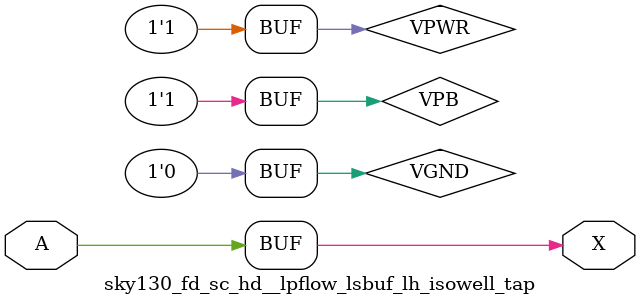
<source format=v>
/*
 * Copyright 2020 The SkyWater PDK Authors
 *
 * Licensed under the Apache License, Version 2.0 (the "License");
 * you may not use this file except in compliance with the License.
 * You may obtain a copy of the License at
 *
 *     https://www.apache.org/licenses/LICENSE-2.0
 *
 * Unless required by applicable law or agreed to in writing, software
 * distributed under the License is distributed on an "AS IS" BASIS,
 * WITHOUT WARRANTIES OR CONDITIONS OF ANY KIND, either express or implied.
 * See the License for the specific language governing permissions and
 * limitations under the License.
 *
 * SPDX-License-Identifier: Apache-2.0
*/


`ifndef SKY130_FD_SC_HD__LPFLOW_LSBUF_LH_ISOWELL_TAP_TIMING_V
`define SKY130_FD_SC_HD__LPFLOW_LSBUF_LH_ISOWELL_TAP_TIMING_V

/**
 * lpflow_lsbuf_lh_isowell_tap: Level-shift buffer, low-to-high,
 *                              isolated well on input buffer, vpb/vnb
 *                              taps, double-row-height cell.
 *
 * Verilog simulation timing model.
 */

`timescale 1ns / 1ps
`default_nettype none

`celldefine
module sky130_fd_sc_hd__lpflow_lsbuf_lh_isowell_tap (
    X,
    A
);

    // Module ports
    output X;
    input  A;

    // Module supplies
    supply1 VPWR;
    supply0 VGND;
    supply1 VPB ;

    //  Name  Output  Other arguments
    buf buf0 (X     , A              );

endmodule
`endcelldefine

`default_nettype wire
`endif  // SKY130_FD_SC_HD__LPFLOW_LSBUF_LH_ISOWELL_TAP_TIMING_V

</source>
